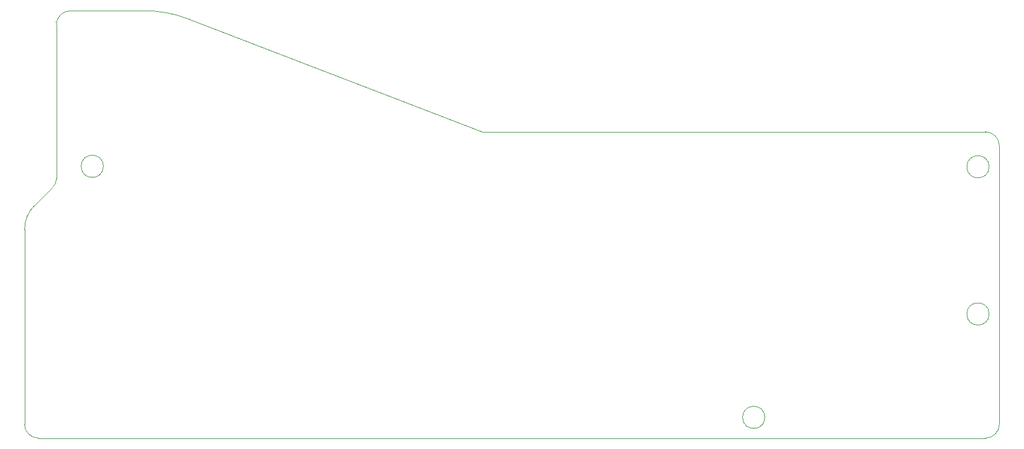
<source format=gbr>
%TF.GenerationSoftware,KiCad,Pcbnew,8.0.1*%
%TF.CreationDate,2024-08-18T09:44:38+02:00*%
%TF.ProjectId,robal_power_board,726f6261-6c5f-4706-9f77-65725f626f61,rev?*%
%TF.SameCoordinates,Original*%
%TF.FileFunction,Profile,NP*%
%FSLAX46Y46*%
G04 Gerber Fmt 4.6, Leading zero omitted, Abs format (unit mm)*
G04 Created by KiCad (PCBNEW 8.0.1) date 2024-08-18 09:44:38*
%MOMM*%
%LPD*%
G01*
G04 APERTURE LIST*
%TA.AperFunction,Profile*%
%ADD10C,0.050000*%
%TD*%
G04 APERTURE END LIST*
D10*
X203806000Y-93222000D02*
G75*
G02*
X200606000Y-93222000I-1600000J0D01*
G01*
X200606000Y-93222000D02*
G75*
G02*
X203806000Y-93222000I1600000J0D01*
G01*
X205277998Y-109055847D02*
G75*
G02*
X203278000Y-111061506I-1999998J-5653D01*
G01*
X76600000Y-72000000D02*
G75*
G02*
X73400000Y-72000000I-1600000J0D01*
G01*
X73400000Y-72000000D02*
G75*
G02*
X76600000Y-72000000I1600000J0D01*
G01*
X65278000Y-81061500D02*
G75*
G02*
X66692841Y-77647913I4825400J0D01*
G01*
X71845910Y-49657000D02*
X82250000Y-49656553D01*
X205277999Y-109055847D02*
X205277999Y-69055847D01*
X131064000Y-67056000D02*
X203277999Y-67055847D01*
X171600000Y-108072000D02*
G75*
G02*
X168400000Y-108072000I-1600000J0D01*
G01*
X168400000Y-108072000D02*
G75*
G02*
X171600000Y-108072000I1600000J0D01*
G01*
X203278000Y-111061507D02*
X67278000Y-111061507D01*
X69845910Y-51657000D02*
X69845910Y-73786390D01*
X69847802Y-73786390D02*
G75*
G02*
X69397263Y-74946209I-1718102J-10D01*
G01*
X82250000Y-49656553D02*
G75*
G02*
X89052883Y-50929437I309700J-17160147D01*
G01*
X69845910Y-51657000D02*
G75*
G02*
X71845910Y-49657010I1999990J0D01*
G01*
X203806000Y-72072000D02*
G75*
G02*
X200606000Y-72072000I-1600000J0D01*
G01*
X200606000Y-72072000D02*
G75*
G02*
X203806000Y-72072000I1600000J0D01*
G01*
X65278000Y-109061500D02*
X65278000Y-81061500D01*
X69750000Y-51250000D02*
X69750000Y-51250000D01*
X131064000Y-67056000D02*
X89052881Y-50929442D01*
X203277999Y-67055847D02*
G75*
G02*
X205277953Y-69055847I1J-1999953D01*
G01*
X66692852Y-77647924D02*
X69397250Y-74946197D01*
X67278000Y-111061507D02*
G75*
G02*
X65277993Y-109061500I0J2000007D01*
G01*
M02*

</source>
